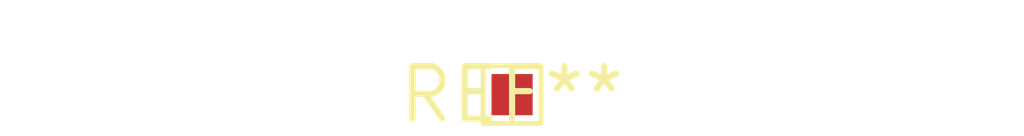
<source format=kicad_pcb>
(kicad_pcb (version 20240108) (generator pcbnew)
  (layers (0 "F.Cu" signal) (31 "B.Cu" signal) (34 "B.Paste" user) (35 "F.Paste" user) (36 "B.SilkS" user "B.Silkscreen") (37 "F.SilkS" user "F.Silkscreen") (38 "B.Mask" user) (39 "F.Mask" user) (44 "Edge.Cuts" user))
  (net 0 "")
  (footprint "TestPoint_Pad_1.0x1.0mm" (layer "F.Cu") (at 0 0)
    (property "Reference" "REF**")
    (property "Value" "TestPoint_Pad_1.0x1.0mm")
    (fp_line (start -0.7 -0.7) (end 0.7 -0.7) (layer "F.SilkS") (stroke (width 0.12)))
    (fp_line (start -0.7 0.7) (end -0.7 -0.7) (layer "F.SilkS") (stroke (width 0.12)))
    (fp_line (start 0.7 -0.7) (end 0.7 0.7) (layer "F.SilkS") (stroke (width 0.12)))
    (fp_line (start 0.7 0.7) (end -0.7 0.7) (layer "F.SilkS") (stroke (width 0.12)))
    (pad "1" smd rect (at 0 0) (size 1 1) (layers "F.Cu" "F.Mask"))
  )
)
</source>
